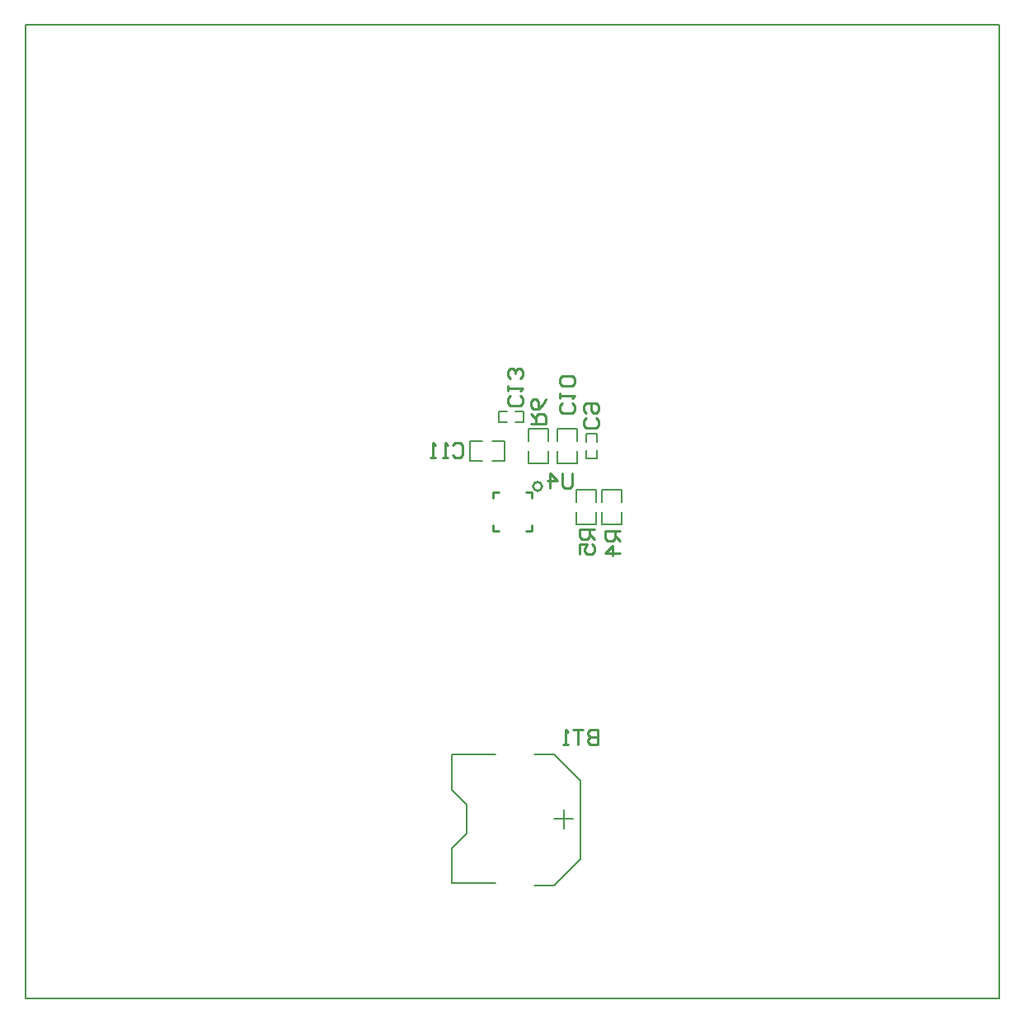
<source format=gbo>
%FSLAX25Y25*%
%MOIN*%
G70*
G01*
G75*
G04 Layer_Color=32896*
%ADD10R,0.06000X0.04000*%
%ADD11R,0.02953X0.11024*%
%ADD12R,0.04000X0.06000*%
%ADD13R,0.03201X0.02799*%
%ADD14R,0.02799X0.03201*%
%ADD15R,0.03543X0.04724*%
%ADD16O,0.10236X0.02756*%
%ADD17R,0.20472X0.34449*%
%ADD18O,0.01772X0.07874*%
%ADD19R,0.01201X0.07098*%
%ADD20R,0.01200X0.07100*%
%ADD21R,0.07100X0.01200*%
%ADD22R,0.07100X0.01200*%
%ADD23R,0.07098X0.01201*%
%ADD24R,0.02559X0.04134*%
%ADD25R,0.06000X0.02500*%
%ADD26O,0.06000X0.02500*%
%ADD27R,0.06299X0.01969*%
%ADD28R,0.01969X0.06299*%
%ADD29R,0.04724X0.02362*%
%ADD30R,0.07874X0.21654*%
%ADD31R,0.04000X0.04000*%
%ADD32R,0.04000X0.08000*%
%ADD33R,0.03937X0.09055*%
%ADD34R,0.03937X0.05118*%
%ADD35R,0.05118X0.03937*%
%ADD36R,0.05906X0.03937*%
%ADD37R,0.11024X0.03937*%
%ADD38C,0.01181*%
%ADD39C,0.01969*%
%ADD40C,0.00591*%
%ADD41C,0.00787*%
%ADD42C,0.06299*%
%ADD43R,0.06299X0.06299*%
%ADD44R,0.06300X0.06200*%
%ADD45O,0.06300X0.06200*%
%ADD46C,0.25590*%
%ADD47R,0.09843X0.09843*%
%ADD48C,0.09843*%
%ADD49C,0.03937*%
%ADD50R,0.09843X0.09843*%
%ADD51C,0.02362*%
%ADD52C,0.05000*%
%ADD53C,0.04000*%
%ADD54C,0.05906*%
G04:AMPARAMS|DCode=55|XSize=74.803mil|YSize=74.803mil|CornerRadius=0mil|HoleSize=0mil|Usage=FLASHONLY|Rotation=0.000|XOffset=0mil|YOffset=0mil|HoleType=Round|Shape=Relief|Width=10mil|Gap=7.87mil|Entries=4|*
%AMTHD55*
7,0,0,0.07480,0.05906,0.01000,45*
%
%ADD55THD55*%
%ADD56C,0.05512*%
G04:AMPARAMS|DCode=57|XSize=70.866mil|YSize=70.866mil|CornerRadius=0mil|HoleSize=0mil|Usage=FLASHONLY|Rotation=0.000|XOffset=0mil|YOffset=0mil|HoleType=Round|Shape=Relief|Width=10mil|Gap=7.87mil|Entries=4|*
%AMTHD57*
7,0,0,0.07087,0.05512,0.01000,45*
%
%ADD57THD57*%
G04:AMPARAMS|DCode=58|XSize=161.417mil|YSize=161.417mil|CornerRadius=0mil|HoleSize=0mil|Usage=FLASHONLY|Rotation=0.000|XOffset=0mil|YOffset=0mil|HoleType=Round|Shape=Relief|Width=10mil|Gap=7.87mil|Entries=4|*
%AMTHD58*
7,0,0,0.16142,0.14567,0.01000,45*
%
%ADD58THD58*%
%ADD59C,0.08268*%
G04:AMPARAMS|DCode=60|XSize=98.425mil|YSize=98.425mil|CornerRadius=0mil|HoleSize=0mil|Usage=FLASHONLY|Rotation=0.000|XOffset=0mil|YOffset=0mil|HoleType=Round|Shape=Relief|Width=10mil|Gap=7.87mil|Entries=4|*
%AMTHD60*
7,0,0,0.09843,0.08268,0.01000,45*
%
%ADD60THD60*%
%ADD61C,0.05118*%
G04:AMPARAMS|DCode=62|XSize=66.929mil|YSize=66.929mil|CornerRadius=0mil|HoleSize=0mil|Usage=FLASHONLY|Rotation=0.000|XOffset=0mil|YOffset=0mil|HoleType=Round|Shape=Relief|Width=10mil|Gap=7.87mil|Entries=4|*
%AMTHD62*
7,0,0,0.06693,0.05118,0.01000,45*
%
%ADD62THD62*%
%ADD63C,0.03543*%
G04:AMPARAMS|DCode=64|XSize=51.181mil|YSize=51.181mil|CornerRadius=0mil|HoleSize=0mil|Usage=FLASHONLY|Rotation=0.000|XOffset=0mil|YOffset=0mil|HoleType=Round|Shape=Relief|Width=10mil|Gap=7.87mil|Entries=4|*
%AMTHD64*
7,0,0,0.05118,0.03543,0.01000,45*
%
%ADD64THD64*%
G04:AMPARAMS|DCode=65|XSize=67.37mil|YSize=67.37mil|CornerRadius=0mil|HoleSize=0mil|Usage=FLASHONLY|Rotation=0.000|XOffset=0mil|YOffset=0mil|HoleType=Round|Shape=Relief|Width=10mil|Gap=7.87mil|Entries=4|*
%AMTHD65*
7,0,0,0.06737,0.05162,0.01000,45*
%
%ADD65THD65*%
%ADD66C,0.05162*%
%ADD67C,0.14567*%
%ADD68R,0.01181X0.03150*%
%ADD69R,0.03150X0.01181*%
%ADD70R,0.19685X0.19685*%
%ADD71R,0.12598X0.12598*%
%ADD72C,0.00984*%
%ADD73C,0.02362*%
%ADD74C,0.01000*%
%ADD75C,0.00800*%
%ADD76C,0.00394*%
%ADD77C,0.00197*%
%ADD78C,0.00500*%
%ADD79C,0.01200*%
%ADD80R,0.06800X0.04800*%
%ADD81R,0.04800X0.06800*%
%ADD82R,0.04001X0.03599*%
%ADD83R,0.03599X0.04001*%
%ADD84R,0.04343X0.05524*%
%ADD85O,0.11036X0.03556*%
%ADD86R,0.21272X0.35249*%
%ADD87O,0.02572X0.08674*%
%ADD88R,0.02001X0.07898*%
%ADD89R,0.02000X0.07900*%
%ADD90R,0.07900X0.02000*%
%ADD91R,0.07900X0.02000*%
%ADD92R,0.07898X0.02001*%
%ADD93R,0.03359X0.04934*%
%ADD94R,0.06800X0.03300*%
%ADD95O,0.06800X0.03300*%
%ADD96R,0.07099X0.02769*%
%ADD97R,0.02769X0.07099*%
%ADD98R,0.05524X0.03162*%
%ADD99R,0.08674X0.22453*%
%ADD100R,0.04800X0.04800*%
%ADD101R,0.04800X0.08800*%
%ADD102R,0.04737X0.09855*%
%ADD103R,0.04737X0.05918*%
%ADD104R,0.05918X0.04737*%
%ADD105R,0.06706X0.04737*%
%ADD106R,0.11824X0.04737*%
%ADD107C,0.07099*%
%ADD108R,0.07099X0.07099*%
%ADD109R,0.07100X0.07000*%
%ADD110O,0.07100X0.07000*%
%ADD111C,0.26391*%
%ADD112R,0.10642X0.10642*%
%ADD113C,0.10642*%
%ADD114C,0.04737*%
%ADD115R,0.10642X0.10642*%
%ADD116C,0.03162*%
%ADD117C,0.05800*%
%ADD118R,0.01981X0.03950*%
%ADD119R,0.03950X0.01981*%
%ADD120R,0.20485X0.20485*%
%ADD121R,0.13398X0.13398*%
D41*
X193713Y217457D02*
Y225457D01*
X179713D02*
X184713D01*
X179713Y217457D02*
Y225457D01*
X188713Y217457D02*
X193713D01*
X188713Y225457D02*
X193713D01*
X179713Y217457D02*
X184713D01*
X203480Y230327D02*
X211480D01*
X203480Y216327D02*
Y221327D01*
Y216327D02*
X211480D01*
Y225327D02*
Y230327D01*
X203480Y225327D02*
Y230327D01*
X211480Y216327D02*
Y221327D01*
X215094Y216425D02*
X223095D01*
Y225425D02*
Y230425D01*
X215094D02*
X223095D01*
X215094Y216425D02*
Y221425D01*
X223095Y216425D02*
Y221425D01*
X215094Y225425D02*
Y230425D01*
X222772Y191819D02*
X230772D01*
Y200819D02*
Y205819D01*
X222772D02*
X230772D01*
X222772Y191819D02*
Y196819D01*
X230772Y191819D02*
Y196819D01*
X222772Y200819D02*
Y205819D01*
X233008Y191622D02*
X241008D01*
Y200622D02*
Y205622D01*
X233008D02*
X241008D01*
X233008Y191622D02*
Y196622D01*
X241008Y191622D02*
Y196622D01*
X233008Y200622D02*
Y205622D01*
X172343Y84449D02*
X178248Y78543D01*
Y66732D02*
Y78543D01*
X172343Y60827D02*
X178248Y66732D01*
X172343Y46654D02*
Y60827D01*
Y84449D02*
Y98622D01*
Y46654D02*
X190059D01*
X172343Y98622D02*
X190059D01*
X224311Y56496D02*
Y64764D01*
X213681Y45866D02*
X224311Y56496D01*
X205807Y45866D02*
X213681D01*
X224311Y80512D02*
Y87992D01*
X213681Y98622D02*
X224311Y87992D01*
X205807Y98622D02*
X213681D01*
X224311Y64764D02*
Y80512D01*
X213681Y72638D02*
X221555D01*
X217618Y68701D02*
Y76575D01*
X0Y0D02*
Y393701D01*
X393701D01*
Y0D02*
Y393701D01*
X0Y0D02*
X393701D01*
D74*
X208847Y207087D02*
G03*
X208847Y207087I-1761J0D01*
G01*
X204724Y202362D02*
Y204724D01*
X202362D02*
X204724D01*
X188976D02*
X191339D01*
X188976Y202362D02*
Y204724D01*
X204724Y188976D02*
Y191339D01*
X202362Y188976D02*
X204724D01*
X188976D02*
Y191339D01*
Y188976D02*
X191339D01*
X231398Y108852D02*
Y102854D01*
X228399D01*
X227399Y103854D01*
Y104854D01*
X228399Y105853D01*
X231398D01*
X228399D01*
X227399Y106853D01*
Y107853D01*
X228399Y108852D01*
X231398D01*
X225400D02*
X221401D01*
X223400D01*
Y102854D01*
X219402D02*
X217402D01*
X218402D01*
Y108852D01*
X219402Y107853D01*
X230687Y234806D02*
X231687Y233806D01*
Y231807D01*
X230687Y230807D01*
X226689D01*
X225689Y231807D01*
Y233806D01*
X226689Y234806D01*
Y236805D02*
X225689Y237805D01*
Y239804D01*
X226689Y240804D01*
X230687D01*
X231687Y239804D01*
Y237805D01*
X230687Y236805D01*
X229688D01*
X228688Y237805D01*
Y240804D01*
X221042Y240711D02*
X222041Y239712D01*
Y237712D01*
X221042Y236713D01*
X217043D01*
X216043Y237712D01*
Y239712D01*
X217043Y240711D01*
X216043Y242711D02*
Y244710D01*
Y243710D01*
X222041D01*
X221042Y242711D01*
Y247709D02*
X222041Y248709D01*
Y250708D01*
X221042Y251708D01*
X217043D01*
X216043Y250708D01*
Y248709D01*
X217043Y247709D01*
X221042D01*
X172773Y223798D02*
X173773Y224797D01*
X175772D01*
X176772Y223798D01*
Y219799D01*
X175772Y218799D01*
X173773D01*
X172773Y219799D01*
X170774Y218799D02*
X168774D01*
X169774D01*
Y224797D01*
X170774Y223798D01*
X165775Y218799D02*
X163776D01*
X164776D01*
Y224797D01*
X165775Y223798D01*
X199979Y243664D02*
X200978Y242664D01*
Y240665D01*
X199979Y239665D01*
X195980D01*
X194980Y240665D01*
Y242664D01*
X195980Y243664D01*
X194980Y245663D02*
Y247663D01*
Y246663D01*
X200978D01*
X199979Y245663D01*
Y250662D02*
X200978Y251661D01*
Y253661D01*
X199979Y254661D01*
X198979D01*
X197979Y253661D01*
Y252661D01*
Y253661D01*
X196980Y254661D01*
X195980D01*
X194980Y253661D01*
Y251661D01*
X195980Y250662D01*
X240453Y189075D02*
X234455D01*
Y186076D01*
X235454Y185076D01*
X237454D01*
X238453Y186076D01*
Y189075D01*
Y187075D02*
X240453Y185076D01*
Y180078D02*
X234455D01*
X237454Y183077D01*
Y179078D01*
X229921Y189764D02*
X223923D01*
Y186765D01*
X224923Y185765D01*
X226922D01*
X227922Y186765D01*
Y189764D01*
Y187764D02*
X229921Y185765D01*
X223923Y179767D02*
Y183766D01*
X226922D01*
X225923Y181766D01*
Y180767D01*
X226922Y179767D01*
X228922D01*
X229921Y180767D01*
Y182766D01*
X228922Y183766D01*
X204528Y232382D02*
X210526D01*
Y235381D01*
X209526Y236381D01*
X207527D01*
X206527Y235381D01*
Y232382D01*
Y234381D02*
X204528Y236381D01*
X210526Y242379D02*
X209526Y240379D01*
X207527Y238380D01*
X205527D01*
X204528Y239380D01*
Y241379D01*
X205527Y242379D01*
X206527D01*
X207527Y241379D01*
Y238380D01*
X220965Y212494D02*
Y207496D01*
X219965Y206496D01*
X217966D01*
X216966Y207496D01*
Y212494D01*
X211967Y206496D02*
Y212494D01*
X214967Y209495D01*
X210968D01*
D78*
X191358Y232938D02*
Y237338D01*
X201358Y232938D02*
Y237338D01*
X197958Y232938D02*
X201358D01*
X197958Y237338D02*
X201358D01*
X191358D02*
X194758D01*
X191358Y232938D02*
X194758D01*
X231039Y218425D02*
Y221825D01*
X226639Y218425D02*
Y221825D01*
Y225025D02*
Y228425D01*
X231039Y225025D02*
Y228425D01*
X226639D02*
X231039D01*
X226639Y218425D02*
X231039D01*
M02*

</source>
